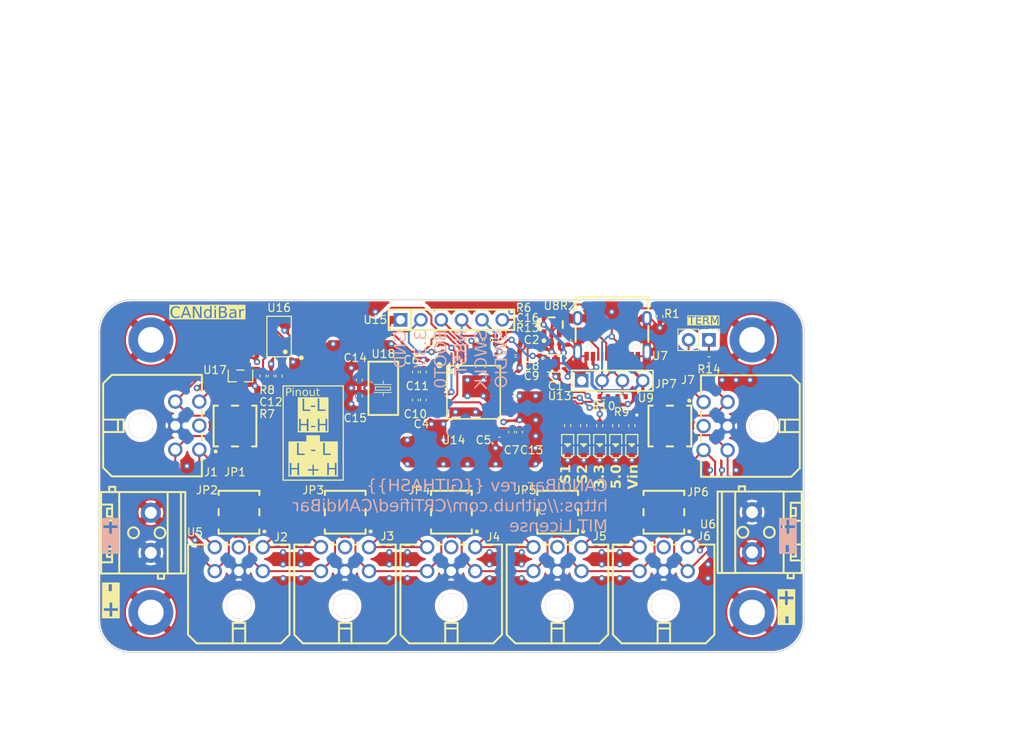
<source format=kicad_pcb>
(kicad_pcb (version 20241229) (generator "pcbnew") (generator_version "9.0")
  (layers (0 "F.Cu" signal) (4 "In1.Cu" signal) (6 "In2.Cu" signal) (2 "B.Cu" signal) (13 "F.Paste" user) (15 "B.Paste" user) (5 "F.SilkS" user "F.Silkscreen") (7 "B.SilkS" user "B.Silkscreen") (1 "F.Mask" user) (3 "B.Mask" user) (25 "Edge.Cuts" user))
  (net 0 "")
  (net 1 "canh")
  (net 2 "gnd")
  (net 3 "canh-1")
  (net 4 "canl")
  (net 5 "vcc")
  (net 6 "canl-1")
  (net 7 "canh-2")
  (net 8 "canl-2")
  (net 9 "canh-5")
  (net 10 "canl-5")
  (net 11 "canh-4")
  (net 12 "canl-4")
  (net 13 "canh-3")
  (net 14 "canl-3")
  (net 15 "dp")
  (net 16 "dm")
  (net 17 "usb_j1-vcc")
  (net 18 "cc1")
  (net 19 "cc2")
  (net 20 "sbu2")
  (net 21 "sbu1")
  (net 22 "pa4")
  (net 23 "pb6")
  (net 24 "pa15")
  (net 25 "pb15")
  (net 26 "pc13")
  (net 27 "pb4")
  (net 28 "pb8")
  (net 29 "pa1")
  (net 30 "pc15_slash_osc32_out")
  (net 31 "pa6")
  (net 32 "pa3")
  (net 33 "pb12")
  (net 34 "pa12")
  (net 35 "pb14")
  (net 36 "pb3")
  (net 37 "pb7")
  (net 38 "pf1_slash_osc_out")
  (net 39 "pb5")
  (net 40 "pb9")
  (net 41 "pa11")
  (net 42 "pb2")
  (net 43 "pb13")
  (net 44 "pb10")
  (net 45 "pa8")
  (net 46 "pa7")
  (net 47 "pb1")
  (net 48 "pb11")
  (net 49 "pa2")
  (net 50 "pb0")
  (net 51 "boot0")
  (net 52 "pa5")
  (net 53 "nrst")
  (net 54 "pa0")
  (net 55 "pf0_slash_osc_in")
  (net 56 "pc14_slash_osc32_in")
  (net 57 "pa9")
  (net 58 "pa10")
  (net 59 "candi_u2c.can_trx.ic-vcc")
  (net 60 "swdio")
  (net 61 "swclk")
  (net 62 "p1")
  (net 63 "canl-6")
  (net 64 "canh-6")
  (net 65 "pg")
  (net 66 "vcc-1")
  (net 67 "canh-7")
  (net 68 "candi_u2c.status_2.LED-a")
  (net 69 "candi_u2c.status_1.LED-a")
  (net 70 "pwr_3_3_status.LED-a")
  (net 71 "usb_status.LED-a")
  (net 72 "canl-7")
  (net 73 "ldo_3_3-nc")
  (net 74 "usb_j1.tvs-nc")
  (net 75 "status_main.LED-a")
  (footprint "lib:C0402" (layer "F.Cu") (at 145 72.5 -90)
    (property "Reference" "C7")
    (property "Value" "16V 100nF X7R ±10% 0402 Multilayer Ceramic Capacitors MLCC - SMD/SMT ROHS")
  )
  (footprint "lib:HDR-TH_6P-P2.54-V-M-A" (layer "F.Cu") (at 137.5 58.5)
    (property "Reference" "U15")
    (property "Value" "?")
  )
  (footprint "lib:CONN-TH_43045-0600" (layer "F.Cu") (at 163.9725 88.355)
    (property "Reference" "J6")
    (property "Value" "?")
  )
  (footprint "lib:R0402" (layer "F.Cu") (at 158 71.71 90)
    (property "Reference" "R3" (hide yes))
    (property "Value" "62.5mW Thick Film Resistors 50V ±100ppm/℃ ±1% 1kΩ 0402 Chip Resistor - Surface Mount ROHS")
  )
  (footprint "lib:LED0603-RD" (layer "F.Cu") (at 156 74.2 90)
    (property "Reference" "U12" (hide yes))
    (property "Value" "?")
  )
  (footprint "lib:HDR-SMD_4P-P2.54-V-M-R2-C2-LS7.5" (layer "F.Cu") (at 111 82.5 90)
    (property "Reference" "JP2")
    (property "Value" "?")
  )
  (footprint "lib:CONN-TH_43045-0600" (layer "F.Cu") (at 110.9725 88.355)
    (property "Reference" "J2")
    (property "Value" "?")
  )
  (footprint "lib:C0402" (layer "F.Cu") (at 145.5 63.5)
    (property "Reference" "C9")
    (property "Value" "16V 100nF X7R ±10% 0402 Multilayer Ceramic Capacitors MLCC - SMD/SMT ROHS")
  )
  (footprint "lib:MountingHole_3.2mm_M3_DIN965_Pad" (layer "F.Cu") (at 100 61)
    (property "Reference" "U4" (hide yes))
    (property "Value" "?")
  )
  (footprint "lib:R0402" (layer "F.Cu") (at 163.5 58.0875 -90)
    (property "Reference" "R1")
    (property "Value" "62.5mW Thick Film Resistors 50V ±100ppm/℃ ±1% 5.1kΩ 0402 Chip Resistor - Surface Mount ROHS")
  )
  (footprint "lib:R0402" (layer "F.Cu") (at 141 61.01 -90)
    (property "Reference" "R6")
    (property "Value" "62.5mW Thick Film Resistors 50V ±100ppm/℃ ±1% 10kΩ 0402 Chip Resistor - Surface Mount ROHS")
  )
  (footprint "lib:C0402" (layer "F.Cu") (at 143.5 73.5 180)
    (property "Reference" "C5")
    (property "Value" "10V 4.7uF X5R ±20% 0402 Multilayer Ceramic Capacitors MLCC - SMD/SMT ROHS")
  )
  (footprint "lib:HDR-SMD_4P-P2.54-V-M-R2-C2-LS7.5" (layer "F.Cu") (at 150.75 82.5 90)
    (property "Reference" "JP5")
    (property "Value" "?")
  )
  (footprint "lib:C0402" (layer "F.Cu") (at 133 65 -90)
    (property "Reference" "C6")
    (property "Value" "16V 100nF X7R ±10% 0402 Multilayer Ceramic Capacitors MLCC - SMD/SMT ROHS")
  )
  (footprint "lib:WSON-6_L2.0-W2.0-P0.65-TL-EP" (layer "F.Cu") (at 150.53 63.9375)
    (property "Reference" "U13")
    (property "Value" "?")
  )
  (footprint "lib:SOT-23-5_L2.9-W1.6-P0.95-LS2.8-BR" (layer "F.Cu") (at 150 59.0875 -90)
    (property "Reference" "U8")
    (property "Value" "?")
  )
  (footprint "lib:C0402" (layer "F.Cu") (at 136.5 62 90)
    (property "Reference" "C3")
    (property "Value" "10V 4.7uF X5R ±20% 0402 Multilayer Ceramic Capacitors MLCC - SMD/SMT ROHS")
  )
  (footprint "lib:C0402" (layer "F.Cu") (at 126 68 -90)
    (property "Reference" "C15")
    (property "Value" "50V 22pF C0G ±5% 0402 Multilayer Ceramic Capacitors MLCC - SMD/SMT ROHS")
  )
  (footprint "lib:SOIC-8_L4.9-W3.9-P1.27-LS6.0-BL" (layer "F.Cu") (at 116 60.59 90)
    (property "Reference" "U16")
    (property "Value" "?")
  )
  (footprint "lib:C0402" (layer "F.Cu") (at 146 72.5 -90)
    (property "Reference" "C13")
    (property "Value" "16V 100nF X7R ±10% 0402 Multilayer Ceramic Capacitors MLCC - SMD/SMT ROHS")
  )
  (footprint "lib:C0402" (layer "F.Cu") (at 134 68.5 90)
    (property "Reference" "C4")
    (property "Value" "10V 4.7uF X5R ±20% 0402 Multilayer Ceramic Capacitors MLCC - SMD/SMT ROHS")
  )
  (footprint "lib:R0402" (layer "F.Cu") (at 160 71.71 90)
    (property "Reference" "R4" (hide yes))
    (property "Value" "62.5mW Thick Film Resistors 50V ±100ppm/℃ ±1% 6.8kΩ 0402 Chip Resistor - Surface Mount ROHS")
  )
  (footprint "lib:C0402" (layer "F.Cu") (at 145.5 62.5)
    (property "Reference" "C8")
    (property "Value" "16V 100nF X7R ±10% 0402 Multilayer Ceramic Capacitors MLCC - SMD/SMT ROHS")
  )
  (footprint "lib:MountingHole_3.2mm_M3_DIN965_Pad" (layer "F.Cu") (at 175 95)
    (property "Reference" "U1" (hide yes))
    (property "Value" "?")
  )
  (footprint "lib:CRYSTAL-SMD_L5.0-W3.2" (layer "F.Cu") (at 129 67.05 -90)
    (property "Reference" "U18")
    (property "Value" "?")
  )
  (footprint "lib:C0402" (layer "F.Cu") (at 115 65.51 90)
    (property "Reference" "C12")
    (property "Value" "50V 4.7nF X7R ±10% 0402 Multilayer Ceramic Capacitors MLCC - SMD/SMT ROHS")
  )
  (footprint "lib:CONN-TH_43045-0600" (layer "F.Cu") (at 170.45 71.7525 90)
    (property "Reference" "J7")
    (property "Value" "?")
  )
  (footprint "lib:R0402" (layer "F.Cu") (at 114 65.51 -90)
    (property "Reference" "R8")
    (property "Value" "62.5mW Thick Film Resistors 50V ±100ppm/℃ ±1% 60.4Ω 0402 Chip Resistor - Surface Mount ROHS")
  )
  (footprint "lib:C0402" (layer "F.Cu") (at 133 68.5 90)
    (property "Reference" "C10")
    (property "Value" "16V 100nF X7R ±10% 0402 Multilayer Ceramic Capacitors MLCC - SMD/SMT ROHS")
  )
  (footprint "lib:C0402" (layer "F.Cu") (at 142 61.01 -90)
    (property "Reference" "C16")
    (property "Value" "16V 100nF X7R ±10% 0402 Multilayer Ceramic Capacitors MLCC - SMD/SMT ROHS")
  )
  (footprint "lib:R0402" (layer "F.Cu") (at 152 61.0875 -90)
    (property "Reference" "R2")
    (property "Value" "62.5mW Thick Film Resistors 50V ±100ppm/℃ ±1% 5.1kΩ 0402 Chip Resistor - Surface Mount ROHS")
  )
  (footprint "lib:LQFP-48_L7.0-W7.0-P0.50-LS9.0-BL" (layer "F.Cu") (at 140.25 67.545 -90)
    (property "Reference" "U14")
    (property "Value" "?")
  )
  (footprint "lib:R0402" (layer "F.Cu") (at 154 71.7 90)
    (property "Reference" "R12" (hide yes))
    (property "Value" "62.5mW Thick Film Resistors 50V ±100ppm/℃ ±1% 470Ω 0402 Chip Resistor - Surface Mount ROHS")
  )
  (footprint "lib:CONN-TH_43045-0600" (layer "F.Cu") (at 104.55 71.6975 -90)
    (property "Reference" "J1")
    (property "Value" "?")
  )
  (footprint "lib:HDR-SMD_4P-P2.54-V-M-R2-C2-LS7.5" (layer "F.Cu") (at 164.75 71.75 180)
    (property "Reference" "JP7")
    (property "Value" "?")
  )
  (footprint "lib:HDR-TH_4P-P2.54-V-M-1" (layer "F.Cu") (at 157.56 66.0875)
    (property "Reference" "U9")
    (property "Value" "?")
  )
  (footprint "lib:MountingHole_3.2mm_M3_DIN965_Pad" (layer "F.Cu") (at 100 95)
    (property "Reference" "U2" (hide yes))
    (property "Value" "?")
  )
  (footprint "lib:R0402" (layer "F.Cu") (at 158.725 68.0875)
    (property "Reference" "R9")
    (property "Value" "62.5mW Thick Film Resistors 50V ±1% ±100ppm/℃ 22Ω 0402 Chip Resistor - Surface Mount ROHS")
  )
  (footprint "lib:LED0603-RD" (layer "F.Cu") (at 160 74.2 90)
    (property "Reference" "U11" (hide yes))
    (property "Value" "?")
  )
  (footprint "lib:MountingHole_3.2mm_M3_DIN965_Pad" (layer "F.Cu") (at 175 61)
    (property "Reference" "U3" (hide yes))
    (property "Value" "?")
  )
  (footprint "lib:HDR-SMD_4P-P2.54-V-M-R2-C2-LS7.5" (layer "F.Cu") (at 164 82.5 90)
    (property "Reference" "JP6")
    (property "Value" "?")
  )
  (footprint "lib:CONN-TH_2P-P5.00_DB129V-5.0-2P-BK-S" (layer "F.Cu") (at 175 85 90)
    (property "Reference" "U6")
    (property "Value" "?")
  )
  (footprint "lib:CONN-TH_43045-0600" (layer "F.Cu") (at 150.7225 88.355)
    (property "Reference" "J5")
    (property "Value" "?")
  )
  (footprint "lib:USB-C-SMD_TYPE-C-6PIN-2MD-073" (layer "F.Cu") (at 157.56 60.67 180)
    (property "Reference" "U7")
    (property "Value" "?")
  )
  (footprint "lib:R0402" (layer "F.Cu") (at 143 61.01 -90)
    (property "Reference" "R13")
    (property "Value" "62.5mW Thick Film Resistors 50V ±100ppm/℃ ±1% 10kΩ 0402 Chip Resistor - Surface Mount ROHS")
  )
  (footprint "lib:SOT-23-3_L2.9-W1.3-P1.90-LS2.4-BR" (layer "F.Cu") (at 111.18 65.5 90)
    (property "Reference" "U17")
    (property "Value" "?")
  )
  (footprint "lib:HDR-SMD_4P-P2.54-V-M-R2-C2-LS7.5" (layer "F.Cu") (at 110.5 71.75)
    (property "Reference" "JP1")
    (property "Value" "?")
  )
  (footprint "lib:R0402" (layer "F.Cu") (at 152 71.7 90)
    (property "Reference" "R11" (hide yes))
    (property "Value" "62.5mW Thick Film Resistors 50V ±100ppm/℃ ±1% 470Ω 0402 Chip Resistor - Surface Mount ROHS")
  )
  (footprint "lib:R0402" (layer "F.Cu") (at 156.5 68.0875 180)
    (property "Reference" "R10")
    (property "Value" "62.5mW Thick Film Resistors 50V ±1% ±100ppm/℃ 22Ω 0402 Chip Resistor - Surface Mount ROHS")
  )
  (footprint "lib:C0402" (layer "F.Cu") (at 126 66 90)
    (property "Reference" "C14")
    (property "Value" "50V 22pF C0G ±5% 0402 Multilayer Ceramic Capacitors MLCC - SMD/SMT ROHS")
  )
  (footprint "lib:HDR-SMD_4P-P2.54-V-M-R2-C2-LS7.5" (layer "F.Cu") (at 124.25 82.5 90)
    (property "Reference" "JP3")
    (property "Value" "?")
  )
  (footprint "lib:HDR-SMD_4P-P2.54-V-M-R2-C2-LS7.5" (layer "F.Cu") (at 137.5 82.5 90)
    (property "Reference" "JP4")
    (property "Value" "?")
  )
  (footprint "lib:R0402" (layer "F.Cu") (at 169.62 63.5 180)
    (property "Reference" "R14")
    (property "Value" "62.5mW Thick Film Resistors 50V ±100ppm/℃ ±1% 120Ω 0402 Chip Resistor - Surface Mount ROHS")
  )
  (footprint "lib:C0402" (layer "F.Cu") (at 148.5 62.5 90)
    (property "Reference" "C2")
    (property "Value" "25V 1uF X5R ±10% 0402 Multilayer Ceramic Capacitors MLCC - SMD/SMT ROHS")
  )
  (footprint "lib:R0402" (layer "F.Cu") (at 156 71.71 90)
    (property "Reference" "R5" (hide yes))
    (property "Value" "62.5mW Thick Film Resistors 50V ±100ppm/℃ ±1% 470Ω 0402 Chip Resistor - Surface Mount ROHS")
  )
  (footprint "lib:LED0603-RD" (layer "F.Cu") (at 158 74.2 90)
    (property "Reference" "U10" (hide yes))
    (property "Value" "?")
  )
  (footprint "lib:CONN-TH_2P-P5.00_DB129V-5.0-2P-BK-S" (layer "F.Cu") (at 100 85.065 -90)
    (property "Reference" "U5")
    (property "Value" "?")
  )
  (footprint "lib:C0402" (layer "F.Cu") (at 134 65 -90)
    (property "Reference" "C11")
    (property "Value" "16V 100nF X7R ±10% 0402 Multilayer Ceramic Capacitors MLCC - SMD/SMT ROHS")
  )
  (footprint "lib:R0402" (layer "F.Cu") (at 116 65.52 -90)
    (property "Reference" "R7")
    (property "Value" "62.5mW Thick Film Resistors 50V ±100ppm/℃ ±1% 60.4Ω 0402 Chip Resistor - Surface Mount ROHS")
  )
  (footprint "lib:CONN-TH_43045-0600" (layer "F.Cu") (at 124.2225 88.355)
    (property "Reference" "J3")
    (property "Value" "?")
  )
  (footprint "lib:PinHeader_1x02_P2.54mm_Vertical" (layer "F.Cu") (at 169.62 61 -90)
    (property "Reference" "JP8" (hide yes))
    (property "Value" "?")
  )
  (footprint "lib:LED0603-RD" (layer "F.Cu") (at 152 74.2 90)
    (property "Reference" "U19" (hide yes))
    (property "Value" "?")
  )
  (footprint "lib:CONN-TH_43045-0600" (layer "F.Cu") (at 137.4725 88.355)
    (property "Reference" "J4")
    (property "Value" "?")
  )
  (footprint "lib:LED0603-RD" (layer "F.Cu") (at 154 74.2 90)
    (property "Reference" "U20" (hide yes))
    (property "Value" "?")
  )
  (footprint "lib:C0402" (layer "F.Cu") (at 150.5 61.5 180)
    (property "Reference" "C1")
    (property "Value" "25V 1uF X5R ±10% 0402 Multilayer Ceramic Capacitors MLCC - SMD/SMT ROHS")
  )
  (gr_rect (start 116.5 66.75) (end 124 78.5) (stroke (width 0.153)) (fill no) (layer "F.SilkS"))
  (gr_rect (start 119.5 73) (end 121 73.75) (stroke (width 0.2)) (fill yes) (layer "F.SilkS"))
  (gr_arc (start 97.5 100) (mid 94.671573 98.828427) (end 93.5 96) (stroke (width 0.1)) (layer "Edge.Cuts"))
  (gr_arc (start 181.5 96) (mid 180.328427 98.828427) (end 177.5 100) (stroke (width 0.1)) (layer "Edge.Cuts"))
  (gr_line (start 177.5 100) (end 97.5 100) (stroke (width 0.1)) (layer "Edge.Cuts"))
  (gr_line (start 93.5 96) (end 93.5 60) (stroke (width 0.1)) (layer "Edge.Cuts"))
  (gr_line (start 181.5 60) (end 181.5 96) (stroke (width 0.1)) (layer "Edge.Cuts"))
  (gr_line (start 97.5 56) (end 177.5 56) (stroke (width 0.1)) (layer "Edge.Cuts"))
  (gr_arc (start 93.5 60) (mid 94.671573 57.171573) (end 97.5 56) (stroke (width 0.1)) (layer "Edge.Cuts"))
  (gr_arc (start 177.5 56) (mid 180.328427 57.171573) (end 181.5 60) (stroke (width 0.1)) (layer "Edge.Cuts"))
  (gr_text "- +" (at 93.8 91.33573 270) (layer "F.SilkS" knockout) (effects (font (size 2 2) (thickness 0.3) (bold yes)) (justify left bottom)))
  (gr_text "S1\nS2\n3.3\n5.0\nVin" (at 156 76.5 90) (layer "F.SilkS") (effects (font (size 1.25 1.25) (thickness 0.252) (bold yes)) (justify right)))
  (gr_text "Pinout" (at 116.75 67 0) (layer "F.SilkS") (effects (font (size 1 1) (thickness 0.125)) (justify left top)))
  (gr_text "L-L\nH-H" (at 120.25 70.5 0) (layer "F.SilkS" knockout) (effects (font (size 1.5 1.5) (thickness 0.1875))))
  (gr_text "L - L\nH + H" (at 120.25 76 0) (layer "F.SilkS" knockout) (effects (font (size 1.5 1.5) (thickness 0.1875))))
  (gr_text "- +" (at 180.5 96.5 90) (layer "F.SilkS" knockout) (effects (font (size 2 2) (thickness 0.3) (bold yes)) (justify left bottom)))
  (gr_text "CANdiBar" (at 107 58.5 0) (layer "F.SilkS" knockout) (effects (font (size 1.4 1.4) (thickness 0.2)) (justify bottom)))
  (gr_text "TERM" (at 170.95 59.25 0) (layer "F.SilkS" knockout) (effects (font (size 1 1) (thickness 0.153)) (justify right bottom)))
  (gr_text "GND\n3.3V\nBOOT0\nNRST\nSWCLK\nSWDIO" (at 137.5 59.75 90) (layer "B.SilkS") (effects (font (size 1.5 1.5) (thickness 0.153)) (justify left mirror)))
  (gr_text "- +" (at 93.75 87.614635 270) (layer "B.SilkS" knockout) (effects (font (size 2 2) (thickness 0.3) (bold yes)) (justify left bottom mirror)))
  (gr_text "CANdiBar, rev {{GITHASH}}\nhttps://github.com/CRTified/CANdiBar\nMIT License\n" (at 157 85.17 0) (layer "B.SilkS") (effects (font (size 1.5 1.5) (thickness 0.153)) (justify left bottom mirror)))
  (gr_text "- +" (at 178.25 87.614635 270) (layer "B.SilkS" knockout) (effects (font (size 2 2) (thickness 0.3) (bold yes)) (justify left bottom mirror)))
  (segment (start 111.879 59.702773) (end 111.879 60.599) (width 0.25) (layer "F.Cu") (net 1))
  (segment (start 116 61.121773) (end 114.217227 59.339) (width 0.25) (layer "F.Cu") (net 1))
  (segment (start 114.217227 59.339) (end 112.242773 59.339) (width 0.25) (layer "F.Cu") (net 1))
  (segment (start 110.23 63.49) (end 110.23 64.5) (width 0.25) (layer "F.Cu") (net 1))
  (segment (start 107.72 70.46) (end 109.23 68.95) (width 0.25) (layer "F.Cu") (net 1))
  (segment (start 111.879 60.599) (end 112.5 61.22) (width 0.25) (layer "F.Cu") (net 1))
  (segment (start 104.8125 70.46) (end 107.72 70.46) (width 0.25) (layer "F.Cu") (net 1))
  (segment (start 112.242773 59.339) (end 111.879 59.702773) (width 0.25) (layer "F.Cu") (net 1))
  (segment (start 112.5 61.22) (end 113.23 61.22) (width 0.25) (layer "F.Cu") (net 1))
  (segment (start 104.8125 70.46) (end 103.05 68.6975) (width 0.25) (layer "F.Cu") (net 1))
  (segment (start 112.5 61.22) (end 110.23 63.49) (width 0.25) (layer "F.Cu") (net 1))
  (segment (start 116 65.01) (end 116 61.121773) (width 0.25) (layer "F.Cu") (net 1))
  (segment (start 107.2475 64.5) (end 103.05 68.6975) (width 0.25) (layer "F.Cu") (net 1))
  (segment (start 110.23 64.5) (end 107.2475 64.5) (width 0.25) (layer "F.Cu") (net 1))
  (segment (start 161.88 62.5) (end 162.25 62.5) (width 0.25) (layer "F.Cu") (net 2))
  (segment (start 142 61.49) (end 142.484 61.006) (width 0.25) (layer "F.Cu") (net 2))
  (segment (start 141.97 61.52) (end 141 61.52) (width 0.25) (layer "F.Cu") (net 2))
  (segment (start 161.33 63.05) (end 161.88 62.5) (width 0.25) (layer "F.Cu") (net 2))
  (segment (start 133 68.02) (end 134 68.02) (width 0.25) (layer "F.Cu") (net 2))
  (segment (start 136.98 61.52) (end 137 61.5) (width 0.25) (layer "F.Cu") (net 2))
  (segment (start 153.79 63.05) (end 153.24 62.5) (width 0.25) (layer "F.Cu") (net 2))
  (segment (start 140.5 70) (end 141.694468 70) (width 0.25) (layer "F.Cu") (net 2))
  (segment (start 150.53 63.9375) (end 151.56 63.9375) (width 0.25) (layer "F.Cu") (net 2))
  (segment (start 134 65.48) (end 133 65.48) (width 0.25) (layer "F.Cu") (net 2))
  (segment (start 151.8025 63.9375) (end 153.24 62.5) (width 0.25) (layer "F.Cu") (net 2))
  (segment (start 145.98 63.5) (end 145.98 62.5) (width 0.25) (layer "F.Cu") (net 2))
  (segment (start 162.29 58.29) (end 163.5 59.5) (width 0.25) (layer "F.Cu") (net 2))
  (segment (start 141 61.52) (end 140.385 61.52) (width 0.25) (layer "F.Cu") (net 2))
  (segment (start 151.56 63.9375) (end 151.865 63.9375) (width 0.25) (layer "F.Cu") (net 2))
  (segment (start 134 68.02) (end 134.275 68.295) (width 0.25) (layer "F.Cu") (net 2))
  (segment (start 144.5 65.295) (end 145.205 65.295) (width 0.25) (layer "F.Cu") (net 2))
  (segment (start 151.865 63.9375) (end 153.75 65.8225) (width 0.25) (layer "F.Cu") (net 2))
  (segment (start 151.1475 58.84) (end 150 59.9875) (width 0.25) (layer "F.Cu") (net 2))
  (segment (start 146.639 60.149532) (end 146.639 62) (width 0.25) (layer "F.Cu") (net 2))
  (segment (start 138 62.5) (end 138 63.295) (width 0.25) (layer "F.Cu") (net 2))
  (segment (start 146 72.98) (end 147.98 72.98) (width 0.25) (layer "F.Cu") (net 2))
  (segment (start 160.76 63.05) (end 161.33 63.05) (width 0.25) (layer "F.Cu") (net 2))
  (segment (start 145.205 65.295) (end 146 64.5) (width 0.25) (layer "F.Cu") (net 2))
  (segment (start 146.639 62) (end 146.139 62.5) (width 0.25) (layer "F.Cu") (net 2))
  (segment (start 150 61.52) (end 150.02 61.5) (width 0.25) (layer "F.Cu") (net 2))
  (segment (start 143.02 73.5) (end 142.5 72.98) (width 0.25) (layer "F.Cu") (net 2))
  (segment (start 138 70) (end 136.5 71.5) (width 0.25) (layer "F.Cu") (net 2))
  (segment (start 152.69 58.84) (end 151.1475 58.84) (width 0.25) (layer "F.Cu") (net 2))
  (segment (start 150.02 60.2075) (end 150 60.1875) (width 0.25) (layer "F.Cu") (net 2))
  (segment (start 112.75 66.5) (end 113 66.75) (width 0.25) (layer "F.Cu") (net 2))
  (segment (start 144.5 60) (end 146.489468 60) (width 0.25) (layer "F.Cu") (net 2))
  (segment (start 145.98 63.5) (end 145.98 64.48) (width 0.25) (layer "F.Cu") (net 2))
  (segment (start 147.98 72.98) (end 148 73) (width 0.25) (layer "F.Cu") (net 2))
  (segment (start 153.24 58.29) (end 152.69 58.84) (width 0.25) (layer "F.Cu") (net 2))
  (segment (start 161.88 58.29) (end 162.29 58.29) (width 0.25) (layer "F.Cu") (net 2))
  (segment (start 152.3375 61.5975) (end 153.24 62.5) (width 0.25) (layer "F.Cu") (net 2))
  (segment (start 145 72.98) (end 146 72.98) (width 0.25) (layer "F.Cu") (net 2))
  (segment (start 113.23 62.5) (end 113.23 63.73) (width 0.25) (layer "F.Cu") (net 2))
  (segment (start 142.484 61.006) (end 143.494 61.006) (width 0.25) (layer "F.Cu") (net 2))
  (segment (start 115 65.03) (end 115 64) (width 0.25) (layer "F.Cu") (net 2))
  (segment (start 137.5 62) (end 138 62.5) (width 0.25) (layer "F.Cu") (net 2))
  (segment (start 150.02 61.5) (end 150.02 60.2075) (width 0.25) (layer "F.Cu") (net 2))
  (segment (start 154.36 63.05) (end 153.79 63.05) (width 0.25) (layer "F.Cu") (net 2))
  (segment (start 111.18 66.5) (end 112.75 66.5) (width 0.25) (layer "F.Cu") (net 2))
  (segment (start 150.53 63.03) (end 150 62.5) (width 0.25) (layer "F.Cu") (net 2))
  (segment (start 137 61.5) (end 137.5 62) (width 0.25) (layer "F.Cu") (net 2))
  (segment (start 142.5 72.98) (end 142.5 71.795) (width 0.25) (layer "F.Cu") (net 2))
  (segment (start 151.56 63.9375) (end 151.8025 63.9375) (width 0.25) (layer "F.Cu") (net 2))
  (segment (start 145.98 64.48) (end 146 64.5) (width 0.25) (layer "F.Cu") (net 2))
  (segment (start 162.25 62.5) (end 163.5 61.25) (width 0.25) (layer "F.Cu") (net 2))
  (segment (start 113.23 63.73) (end 113.25 63.75) (width 0.25) (layer "F.Cu") (net 2))
  (segment (start 150.53 65.5575) (end 150.5 65.5875) (width 0.25) (layer "F.Cu") (net 2))
  (segment (start 118.77 61.22) (end 118.060306 61.22) (width 0.25) (layer "F.Cu") (net 2))
  (segment (start 150.53 63.9375) (end 150.53 63.03) (width 0.25) (layer "F.Cu") (net 2))
  (segment (start 150 62.5) (end 150 61.52) (width 0.25) (layer "F.Cu") (net 2))
  (segment (start 142 61.49) (end 141.97 61.52) (width 0.25) (layer "F.Cu") (net 2))
  (segment (start 163.5 61.25) (end 163.5 59.5) (width 0.25) (layer "F.Cu") (net 2))
  (segment (start 141.694468 70) (end 142.5 70.805532) (width 0.25) (layer "F.Cu") (net 2))
  (segment (start 118.060306 61.22) (end 116.670153 59.829847) (width 0.25) (layer "F.Cu") (net 2))
  (segment (start 146.139 62.5) (end 145.98 62.5) (width 0.25) (layer "F.Cu") (net 2))
  (segment (start 150 59.9875) (end 150 60.1875) (width 0.25) (layer "F.Cu") (net 2))
  (segment (start 152 61.5975) (end 152.3375 61.5975) (width 0.25) (layer "F.Cu") (net 2))
  (segment (start 146.489468 60) (end 146.639 60.149532) (width 0.25) (layer "F.Cu") (net 2))
  (segment (start 140.385 61.52) (end 140 61.135) (width 0.25) (layer "F.Cu") (net 2))
  (segment (start 150.53 63.476908) (end 150.53 63.9375) (width 0.25) (layer "F.Cu") (net 2))
  (segment (start 150.53 63.9375) (end 150.53 65.5575) (width 0.25) (layer "F.Cu") (net 2))
  (segment (start 153.75 65.8225) (end 153.75 66.0875) (width 0.25) (layer "F.Cu") (net 2))
  (segment (start 136.5 61.52) (end 136.98 61.52) (width 0.25) (layer "F.Cu") (net 2))
  (segment (start 134.275 68.295) (end 136 68.295) (width 0.25) (layer "F.Cu") (net 2))
  (segment (start 143.494 61.006) (end 144.5 60) (width 0.25) (layer "F.Cu") (net 2))
  (segment (start 142.5 70.805532) (end 142.5 71.795) (width 0.25) (layer "F.Cu") (net 2))
  (via (at 158 76) (size 0.8) (drill 0.4) (layers "F.Cu" "B.Cu") (net 2))
  (via (at 156 76) (size 0.8) (drill 0.4) (layers "F.Cu" "B.Cu") (net 2))
  (via (at 141.5 68) (size 0.8) (drill 0.4) (layers "F.Cu" "B.Cu") (net 2))
  (via (at 148 68) (size 0.8) (drill 0.4) (layers "F.Cu" "B.Cu") (net 2))
  (via (at 136.5 71.5) (size 0.8) (drill 0.4) (layers "F.Cu" "B.Cu") (net 2))
  (via (at 148 73) (size 0.8) (drill 0.4) (layers "F.Cu" "B.Cu") (net 2))
  (via (at 132 73.5) (size 0.8) (drill 0.4) (layers "F.Cu" "B.Cu") (net 2))
  (via (at 136.5 73.5) (size 0.8) (drill 0.4) (layers "F.Cu" "B.Cu") (net 2))
  (via (at 146.25 89) (size 0.8) (drill 0.4) (layers "F.Cu" "B.Cu") (net 2))
  (via (at 157.5 57.5) (size 0.8) (drill 0.4) (layers "F.Cu" "B.Cu") (net 2))
  (via (at 173 66) (size 0.8) (drill 0.4) (layers "F.Cu" "B.Cu") (net 2))
  (via (at 117.75 63.75) (size 0.8) (drill 0.4) (layers "F.Cu" "B.Cu") (net 2))
  (via (at 132 89) (size 0.8) (drill 0.4) (layers "F.Cu" "B.Cu") (net 2))
  (via (at 139.5 68) (size 0.8) (drill 0.4) (layers "F.Cu" "B.Cu") (net 2))
  (via (at 148 76.5) (size 0.8) (drill 0.4) (layers "F.Cu" "B.Cu") (net 2))
  (via (at 140 61.135) (size 0.8) (drill 0.4) (layers "F.Cu" "B.Cu") (net 2))
  (via (at 150 62.5) (size 0.8) (drill 0.4) (layers "F.Cu" "B.Cu") (net 2))
  (via (at 138 70) (size 0.8) (drill 0.4) (layers "F.Cu" "B.Cu") (net 2))
  (via (at 116.5 87.5) (size 0.8) (drill 0.4) (layers "F.Cu" "B.Cu") (net 2))
  (via (at 132 87.5) (size 0.8) (drill 0.4) (layers "F.Cu" "B.Cu") (net 2))
  (via (at 144 71.25) (size 0.8) (drill 0.4) (layers "F.Cu" "B.Cu") (net 2))
  (via (at 158.5 90.75) (size 0.8) (drill 0.4) (layers "F.Cu" "B.Cu") (net 2))
  (via (at 143 76.5) (size 0.8) (drill 0.4) (layers "F.Cu" "B.Cu") (net 2))
  (via (at 116.5 89) (size 0.8) (drill 0.4) (layers "F.Cu" "B.Cu") (net 2))
  (via (at 169.75 77.25) (size 0.8) (drill 0.4) (layers "F.Cu" "B.Cu") (net 2))
  (via (at 163.5 59.5) (size 0.8) (drill 0.4) (layers "F.Cu" "B.Cu") (net 2))
  (via (at 132 90.75) (size 0.8) (drill 0.4) (layers "F.Cu" "B.Cu") (net 2))
  (via (at 158.5 87.5) (size 0.8) (drill 0.4) (layers "F.Cu" "B.Cu") (net 2))
  (via (at 130 61.5) (size 0.8) (drill 0.4) (layers "F.Cu" "B.Cu") (net 2))
  (via (at 154 76) (size 0.8) (drill 0.4) (layers "F.Cu" "B.Cu") (net 2))
  (via (at 146.25 90.75) (size 0.8) (drill 0.4) (layers "F.Cu" "B.Cu") (net 2))
  (via (at 104.5 76.75) (size 0.8) (drill 0.4) (layers "F.Cu" "B.Cu") (net 2))
  (via (at 128 57.5) (size 0.8) (drill 0.4) (layers "F.Cu" "B.Cu") (net 2))
  (via (at 168.5 87.25) (size 0.8) (drill 0.4) (layers "F.Cu" "B.Cu") (net 2))
  (via (at 145 57.5) (size 0.8) (drill 0.4) (layers "F.Cu" "B.Cu") (net 2))
  (via (at 129.75 89) (size 0.8) (drill 0.4) (layers "F.Cu" "B.Cu") (net 2))
  (via (at 135 71.5) (size 0.8) (drill 0.4) (layers "F.Cu" "B.Cu") (net 2))
  (via (at 169.5 90.75) (size 0.8) (drill 0.4) (layers "F.Cu" "B.Cu") (net 2))
  (via (at 142.25 87.5) (size 0.8) (drill 0.4) (layers "F.Cu" "B.Cu") (net 2))
  (via (at 118.75 89) (size 0.8) (drill 0.4) (layers "F.Cu" "B.Cu") (net 2))
  (via (at 152 76) (size 0.8) (drill 0.4) (layers "F.Cu" "B.Cu") (net 2))
  (via (at 146.25 87.5) (size 0.8) (drill 0.4) (layers "F.Cu" "B.Cu") (net 2))
  (via (at 159.5 69) (size 0.8) (drill 0.4) (layers "F.Cu" "B.Cu") (net 2))
  (via (at 160 76) (size 0.8) (drill 0.4) (layers "F.Cu" "B.Cu") (net 2))
  (via (at 156.25 87.5) (size 0.8) (drill 0.4) (layers "F.Cu" "B.Cu") (net 2))
  (via (at 125 64.5) (size 0.8) (drill 0.4) (layers "F.Cu" "B.Cu") (net 2))
  (via (at 125 67) (size 0.8) (drill 0.4) (layers "F.Cu" "B.Cu") (net 2))
  (via (at 127 67) (size 0.8) (drill 0.4) (layers "F.Cu" "B.Cu") (net 2))
  (via (at 125 69) (size 0.8) (drill 0.4) (layers "F.Cu" "B.Cu") (net 2))
  (via (at 134 63.5) (size 0.8) (drill 0.4) (layers "F.Cu" "B.Cu") (net 2))
  (via (at 139.5 66) (size 0.8) (drill 0.4) (layers "F.Cu" "B.Cu") (net 2))
  (via (at 118.75 90.75) (size 0.8) (drill 0.4) (layers "F.Cu" "B.Cu") (net 2))
  (via (at 116.5 90.75) (size 0.8) (drill 0.4) (layers "F.Cu" "B.Cu") (net 2))
  (via (at 105.75 67) (size 0.8) (drill 0.4) (layers "F.Cu" "B.Cu") (net 2))
  (via (at 171.25 77.25) (size 0.8) (drill 0.4) (layers "F.Cu" "B.Cu") (net 2))
  (via (at 171.25 66) (size 0.8) (drill 0.4) (layers "F.Cu" "B.Cu") (net 2))
  (via (at 140.5 70) (size 0.8) (drill 0.4) (layers "F.Cu" "B.Cu") (net 2))
  (via (at 143 74.5) (size 0.8) (drill 0.4) (layers "F.Cu" "B.Cu") (net 2))
  (via (at 174.75 66) (size 0.8) (drill 0.4) (layers "F.Cu" "B.Cu") (net 2))
  (via (at 146 71) (size 0.8) (drill 0.4) (layers "F.Cu" "B.Cu") (net 2))
  (via (at 115 64) (size 0.8) (drill 0.4) (layers "F.Cu" "B.Cu") (net 2))
  (via (at 169.5 89) (size 0.8) (drill 0.4) (layers "F.Cu" "B.Cu") (net 2))
  (via (at 142.25 90.75) (size 0.8) (drill 0.4) (layers "F.Cu" "B.Cu") (net 2))
  (via (at 113 66.75) (size 0.8) (drill 0.4) (layers "F.Cu" "B.Cu") (net 2))
  (via (at 148 71) (size 0.8) (drill 0.4) (layers "F.Cu" "B.Cu") (net 2))
  (via (at 141.5 66) (size 0.8) (drill 0.4) (layers "F.Cu" "B.Cu") (net 2))
  (via (at 105.5 86) (size 0.8) (drill 0.4) (layers "F.Cu" "B.Cu") (net 2))
  (via (at 132 76.5) (size 0.8) (drill 0.4) (layers "F.Cu" "B.Cu") (net 2))
  (via (at 173 77.25) (size 0.8) (drill 0.4) (layers "F.Cu" "B.Cu") (net 2))
  (via (at 156.25 89) (size 0.8) (drill 0.4) (layers "F.Cu" "B.Cu") (net 2))
  (via (at 118.75 87.5) (size 0.8) (drill 0.4) (layers "F.Cu" "B.Cu") (net 2))
  (via (at 150.5 65.5875) (size 0.8) (drill 0.4) (layers "F.Cu" "B.Cu") (net 2))
  (via (at 113.25 63.75) (size 0.8) (drill 0.4) (layers "F.Cu" "B.Cu") (net 2))
  (via (at 129.75 87.5) (size 0.8) (drill 0.4) (layers "F.Cu" "B.Cu") (net 2))
  (via (at 146 68) (size 0.8) (drill 0.4) (layers "F.Cu" "B.Cu") (net 2))
  (via (at 142.25 89) (size 0.8) (drill 0.4) (layers "F.Cu" "B.Cu") (net 2))
  (via (at 158.5 89) (size 0.8) (drill 0.4) (layers "F.Cu" "B.Cu") (net 2))
  (via (at 146 64.5) (size 0.8) (drill 0.4) (layers "F.Cu" "B.Cu") (net 2))
  (via (at 129.75 90.75) (size 0.8) (drill 0.4) (layers "F.Cu" "B.Cu") (net 2))
  (via (at 156.25 90.75) (size 0.8) (drill 0.4) (layers "F.Cu" "B.Cu") (net 2))
  (via (at 136.5 76.5) (size 0.8) (drill 0.4) (layers "F.Cu" "B.Cu") (net 2))
  (via (at 116.670153 59.829847) (size 0.8) (drill 0.4) (layers "F.Cu" "B.Cu") (net 2))
  (via (at 139.5 76.5) (size 0.8) (drill 0.4) (layers "F.Cu" "B.Cu") (net 2))
  (via (at 122.75 61.5) (size 0.8) (drill 0.4) (layers "F.Cu" "B.Cu") (net 2))
  (via (at 137.5 62) (size 0.8) (drill 0.4) (layers "F.Cu" "B.Cu") (net 2))
  (via (at 148 74.5) (size 0.8) (drill 0.4) (layers "F.Cu" "B.Cu") (net 2))
  (segment (start 150.5 65.5875) (end 150.5 65.0875) (width 0.25) (layer "B.Cu") (net 2))
  (segment (start 109.735 88.0925) (end 109.735 85.305) (width 0.25) (layer "F.Cu") (net 3))
  (segment (start 109.735 88.0925) (end 107.9725 89.855) (width 0.25) (layer "F.Cu") (net 3))
  (segment (start 103.05 84.9325) (end 107.9725 89.855) (width 0.25) (layer "F.Cu") (net 3))
  (segment (start 103.05 74.6975) (end 103.05 84.9325) (width 0.25) (layer "F.Cu") (net 3))
  (segment (start 107.68 73) (end 109.23 74.55) (width 0.25) (layer "F.Cu") (net 3))
  (segment (start 109.735 85.305) (end 108.2 83.77) (width 0.25) (layer "F.Cu") (net 3))
  (segment (start 104.7475 73) (end 107.68 73) (width 0.25) (layer "F.Cu") (net 3))
  (segment (start 104.7475 73) (end 103.05 74.6975) (width 0.25) (layer "F.Cu") (net 3))
  (segment (start 113.23 59.96) (end 113.96 59.96) (width 0.25) (layer "F.Cu") (net 4))
  (segment (start 114 63.5) (end 114 65) (width 0.25) (layer "F.Cu") (net 4))
  (segment (start 111.77 68.798) (end 111.77 68.95) (width 0.25) (layer "F.Cu") (net 4))
  (segment (start 109.2475 65.5) (end 111.13 65.5) (width 0.25) (layer "F.Cu") (net 4))
  (segment (start 107.6185 67.129) (end 110.101 67.129) (width 0.25) (layer "F.Cu") (net 4))
  (segment (start 106.05 68.6975) (end 109.2475 65.5) (width 0.25) (layer "F.Cu") (net 4))
  (segment (start 110.101 67.129) (end 111.77 68.798) (width 0.25) (layer "F.Cu") (net 4))
  (segment (start 114.581 60.581) (end 114.581 62.919) (width 0.25) (layer "F.Cu") (net 4))
  (segment (start 114.581 62.919) (end 114 63.5) (width 0.25) (layer "F.Cu") (net 4))
  (segment (start 106.05 68.6975) (end 107.6185 67.129) (width 0.25) (layer "F.Cu") (net 4))
  (segment (start 113.5 64.5) (end 114 65) (width 0.25) (layer "F.Cu") (net 4))
  (segment (start 113.96 59.96) (end 114.581 60.581) (width 0.25) (layer "F.Cu") (net 4))
  (segment (start 112.13 64.5) (end 113.5 64.5) (width 0.25) (layer "F.Cu") (net 4))
  (segment (start 111.13 65.5) (end 112.13 64.5) (width 0.25) (layer "F.Cu") (net 4))
  (segment (start 160 71.004092) (end 160.627046 70.377046) (width 0.25) (layer "F.Cu") (net 5))
  (segment (start 160 71.2) (end 160 71.004092) (width 0.25) (layer "F.Cu") (net 5))
  (via (at 160.627046 70.377046) (size 0.8) (drill 0.4) (layers "F.Cu" "B.Cu") (net 5))
  (segment (start 108.07 81.23) (end 106.05 83.25) (width 0.25) (layer "F.Cu") (net 6))
  (segment (start 111.77 74.702) (end 111.77 74.55) (width 0.25) (layer "F.Cu") (net 6))
  (segment (start 108.2 81.23) (end 108.07 81.23) (width 0.25) (layer "F.Cu") (net 6))
  (segment (start 107.7235 76.371) (end 110.101 76.371) (width 0.25) (layer "F.Cu") (net 6))
  (segment (start 110.101 76.371) (end 111.77 74.702) (width 0.25) (layer "F.Cu") (net 6))
  (segment (start 107.9725 86.855) (end 106.05 84.9325) (width 0.25) (layer "F.Cu") (net 6))
  (segment (start 106.05 83.25) (end 106.05 74.6975) (width 0.25) (layer "F.Cu") (net 6))
  (segment (start 106.05 84.9325) (end 106.05 83.25) (width 0.25) (layer "F.Cu") (net 6))
  (segment (start 106.05 74.6975) (end 107.7235 76.371) (width 0.25) (layer "F.Cu") (net 6))
  (segment (start 113.9725 89.855) (end 121.2225 89.855) (width 0.25) (layer "F.Cu") (net 7))
  (segment (start 112.275 85.295) (end 113.8 83.77) (width 0.25) (layer "F.Cu") (net 7))
  (segment (start 112.275 88.1575) (end 112.275 85.295) (width 0.25) (layer "F.Cu") (net 7))
  (segment (start 112.275 88.1575) (end 113.9725 89.855) (width 0.25) (layer "F.Cu") (net 7))
  (segment (start 122.985 88.0925) (end 121.2225 89.855) (width 0.25) (layer "F.Cu") (net 7))
  (segment (start 122.985 88.0925) (end 122.985 85.305) (width 0.25) (layer "F.Cu") (net 7))
  (segment (start 122.985 85.305) (end 121.45 83.77) (width 0.25) (layer "F.Cu") (net 7))
  (segment (start 119.615 82.115) (end 119.615 85.2475) (width 0.25) (layer "F.Cu") (net 8))
  (segment (start 113.9725 86.855) (end 121.2225 86.855) (width 0.25) (layer "F.Cu") (net 8))
  (segment (start 113.9725 86.855) (end 115.621 85.2065) (width 0.25) (layer "F.Cu") (net 8))
  (segment (start 115.621 82.899) (end 113.952 81.23) (width 0.25) (layer "F.Cu") (net 8))
  (segment (start 119.615 85.2475) (end 121.2225 86.855) (width 0.25) (layer "F.Cu") (net 8))
  (segment (start 115.621 85.2065) (end 115.621 82.899) (width 0.25) (layer "F.Cu") (net 8))
  (segment (start 120.5 81.23) (end 119.615 82.115) (width 0.25) (layer "F.Cu") (net 8))
  (segment (start 121.45 81.23) (end 120.5 81.23) (width 0.25) (layer "F.Cu") (net 8))
  (segment (start 113.952 81.23) (end 113.8 81.23) (width 0.25) (layer "F.Cu") (net 8))
  (segment (start 153.7225 89.855) (end 160.9725 89.855) (width 0.25) (layer "F.Cu") (net 9))
  (segment (start 162.8365 87.991) (end 160.9725 89.855) (width 0.25) (layer "F.Cu") (net 9))
  (segment (start 162.8365 85.4065) (end 162.8365 87.991) (width 0.25) (layer "F.Cu") (net 9))
  (segment (start 153.55 83.77) (end 152.025 85.295) (width 0.25) (layer "F.Cu") (net 9))
  (segment (start 152.025 85.295) (end 152.025 88.1575) (width 0.25) (layer "F.Cu") (net 9))
  (segment (start 161.2 83.77) (end 162.8365 85.4065) (width 0.25) (layer "F.Cu") (net 9))
  (segment (start 152.025 88.1575) (end 153.7225 89.855) (width 0.25) (layer "F.Cu") (net 9))
  (segment (start 159.379 82.101) (end 159.379 85.2615) (width 0.25) (layer "F.Cu") (net 10))
  (segment (start 161.2 81.23) (end 160.25 81.23) (width 0.25) (layer "F.Cu") (net 10))
  (segment (start 153.7225 86.855) (end 160.9725 86.855) (width 0.25) (layer "F.Cu") (net 10))
  (segment (start 153.55 81.23) (end 154.5 81.23) (width 0.25) (layer "F.Cu") (net 10))
  (segment (start 155.371 82.101) (end 155.371 85.2065) (width 0.25) (layer "F.Cu") (net 10))
  (segment (start 160.25 81.23) (end 159.379 82.101) (width 0.25) (layer "F.Cu") (net 10))
  (segment (start 154.5 81.23) (end 155.371 82.101) (width 0.25) (layer "F.Cu") (net 10))
  (segment (start 155.371 85.2065) (end 153.7225 86.855) (width 0.25) (layer "F.Cu") (net 10))
  (segment (start 159.379 85.2615) (end 160.9725 86.855) (width 0.25) (layer "F.Cu") (net 10))
  (segment (start 138.775 85.295) (end 138.775 88.1575) (width 0.25) (layer "F.Cu") (net 11))
  (segment (start 149.485 88.0925) (end 147.7225 89.855) (width 0.25) (layer "F.Cu") (net 11))
  (segment (start 140.4725 89.855) (end 147.7225 89.855) (width 0.25) (layer "F.Cu") (net 11))
  (segment (start 147.95 83.77) (end 149.485 85.305) (width 0.25) (layer "F.Cu") (net 11))
  (segment (start 138.775 88.1575) (end 140.4725 89.855) (width 0.25) (layer "F.Cu") (net 11))
  (segment (start 149.485 85.305) (end 149.485 88.0925) (width 0.25) (layer "F.Cu") (net 11))
  (segment (start 140.3 83.77) (end 138.775 85.295) (width 0.25) (layer "F.Cu") (net 11))
  (segment (start 140.3 81.23) (end 141.25 81.23) (width 0.25) (layer "F.Cu") (net 12))
  (segment (start 147 81.23) (end 146.115 82.115) (width 0.25) (layer "F.Cu") (net 12))
  (segment (start 142.121 82.101) (end 142.121 85.2065) (width 0.25) (layer "F.Cu") (net 12))
  (segment (start 142.121 85.2065) (end 140.4725 86.855) (width 0.25) (layer "F.Cu") (net 12))
  (segment (start 147.95 81.23) (end 147 81.23) (width 0.25) (layer "F.Cu") (net 12))
  (segment (start 141.25 81.23) (end 142.121 82.101) (width 0.25) (layer "F.Cu") (net 12))
  (segment (start 140.4725 86.855) (end 147.7225 86.855) (width 0.25) (layer "F.Cu") (net 12))
  (segment (start 146.115 82.115) (end 146.115 85.2475) (width 0.25) (layer "F.Cu") (net 12))
  (segment (start 146.115 85.2475) (end 147.7225 86.855) (width 0.25) (layer "F.Cu") (net 12))
  (segment (start 136.235 88.0925) (end 136.235 85.305) (width 0.25) (layer "F.Cu") (net 13))
  (segment (start 125.525 85.295) (end 127.05 83.77) (width 0.25) (layer "F.Cu") (net 13))
  (segment (start 136.235 85.305) (end 134.7 83.77) (width 0.25) (layer "F.Cu") (net 13))
  (segment (start 136.235 88.0925) (end 134.4725 89.855) (width 0.25) (layer "F.Cu") (net 13))
  (segment (start 125.525 88.1575) (end 127.2225 89.855) (width 0.25) (layer "F.Cu") (net 13))
  (segment (start 127.2225 89.855) (end 134.4725 89.855) (width 0.25) (layer "F.Cu") (net 13))
  (segment (start 125.525 88.1575) (end 125.525 85.295) (width 0.25) (layer "F.Cu") (net 13))
  (segment (start 132.75 85.1325) (end 134.4725 86.855) (width 0.25) (layer "F.Cu") (net 14))
  (segment (start 127.05 81.23) (end 128 81.23) (width 0.25) (layer "F.Cu") (net 14))
  (segment (start 132.75 82.23) (end 132.75 85.1325) (width 0.25) (layer "F.Cu") (net 14))
  (segment (start 134.7 81.23) (end 133.75 81.23) (width 0.25) (layer "F.Cu") (net 14))
  (segment (start 128 81.23) (end 128.871 82.101) (width 0.25) (layer "F.Cu") (net 14))
  (segment (start 128.871 85.2065) (end 127.2225 86.855) (width 0.25) (layer "F.Cu") (net 14))
  (segment (start 133.75 81.23) (end 132.75 82.23) (width 0.25) (layer "F.Cu") (net 14))
  (segment (start 127.2225 86.855) (end 134.4725 86.855) (width 0.25) (layer "F.Cu") (net 14))
  (segment (start 128.871 82.101) (end 128.871 85.2065) (width 0.25) (layer "F.Cu") (net 14))
  (segment (start 150.95 60.1875) (end 150.95 59.9875) (width 0.25) (layer "F.Cu") (net 15))
  (segment (start 156.834 62.174) (end 156.81 62.198) (width 0.25) (layer "F.Cu") (net 15))
  (segment (start 156.81 61.3975) (end 156.81 63.05) (width 0.25) (layer "F.Cu") (net 15))
  (segment (start 158.83 66.0875) (end 157.81 65.0675) (width 0.25) (layer "F.Cu") (net 15))
  (segment (start 151.55 59.5875) (end 155.5 59.5875) (width 0.25) (layer "F.Cu") (net 15))
  (segment (start 159.235 68.0875) (end 158.83 67.6825) (width 0.25) (layer "F.Cu") (net 15))
  (segment (start 155.5 59.5875) (end 156 60.0875) (width 0.25) (layer "F.Cu") (net 15))
  (segment (start 156 60.0875) (end 156 60.5875) (width 0.25) (layer "F.Cu") (net 15))
  (segment (start 157.81 65.0675) (end 157.81 63.05) (width 0.25) (layer "F.Cu") (net 15))
  (segment (start 156.81 62.198) (end 156.81 63.05) (width 0.25) (layer "F.Cu") (net 15))
  (segment (start 150.95 60.1875) (end 151.55 59.5875) (width 0.25) (layer "F.Cu") (net 15))
  (segment (start 156 60.5875) (end 156.81 61.3975) (width 0.25) (layer "F.Cu") (net 15))
  (segment (start 158.83 66.0875) (end 158.83 67.6825) (width 0.25) (layer "F.Cu") (net 15))
  (segment (start 157.81 63.05) (end 157.81 62.198) (width 0.25) (layer "F.Cu") (net 15))
  (segment (start 157.81 62.198) (end 157.786 62.174) (width 0.25) (layer "F.Cu") (net 15))
  (segment (start 157.786 62.174) (end 156.834 62.174) (width 0.25) (layer "F.Cu") (net 15))
  (segment (start 158.31 61.3975) (end 157.5 60.5875) (width 0.25) (layer "F.Cu") (net 16))
  (segment (start 155.99 68.0875) (end 155.99 67.9825) (width 0.25) (layer "F.Cu") (net 16))
  (segment (start 154.5 56.5875) (end 157.5 59.5875) (width 0.25) (layer "F.Cu") (net 16))
  (segment (start 152.35 56.5875) (end 154.5 56.5875) (width 0.25) (layer "F.Cu") (net 16))
  (segment (start 150.95 57.9875) (end 152.35 56.5875) (width 0.25) (layer "F.Cu") (net 16))
  (segment (start 156.29 66.0875) (end 156.29 67.6825) (width 0.25) (layer "F.Cu") (net 16))
  (segment (start 156.29 66.0875) (end 157.31 65.0675) (width 0.25) (layer "F.Cu") (net 16))
  (segment (start 158.31 63.05) (end 158.31 61.3975) (width 0.25) (layer "F.Cu") (net 16))
  (segment (start 157.31 65.0675) (end 157.31 63.05) (width 0.25) (layer "F.Cu") (net 16))
  (segment (start 155.99 67.9825) (end 156.29 67.6825) (width 0.25) (layer "F.Cu") (net 16))
  (segment (start 157.5 59.5875) (end 157.5 60.5875) (width 0.25) (layer "F.Cu") (net 16))
  (via (at 157.5 60.5875) (size 0.8) (drill 0.4) (layers "F.Cu" "B.Cu") (net 16))
  (segment (start 157.5 60.5875) (end 157 60.5875) (width 0.25) (layer "B.Cu") (net 16))
  (segment (start 157 60.5875) (end 156.29 61.2975) (width 0.25) (layer "B.Cu") (net 16))
  (segment (start 156.29 61.2975) (end 156.29 66.0875) (width 0.25) (layer "B.Cu") (net 16))
  (segment (start 158 71.2) (end 158 70.5) (width 0.4) (layer "F.Cu") (net 17))
  (segment (start 159.96 63.05) (end 159.96 64.6775) (width 0.4) (layer "F.Cu") (net 17))
  (segment (start 158 70.5) (end 158.5 70) (width 0.4) (layer "F.Cu") (net 17))
  (segment (start 150.98 61.5) (end 150.98 62.0675) (width 0.4) (layer "F.Cu") (net 17))
  (segment (start 161.37 68.63) (end 161.37 66.0875) (width 0.4) (layer "F.Cu") (net 17))
  (segment (start 152 65.5875) (end 152 65.0275) (width 0.4) (layer "F.Cu") (net 17))
  (segment (start 158.5 70) (end 160 70) (width 0.4) (layer "F.Cu") (net 17))
  (segment (start 155.16 64.000232) (end 155.565 64.405232) (width 0.4) (layer "F.Cu") (net 17))
  (segment (start 155.16 63.05) (end 155.16 64.000232) (width 0.4) (layer "F.Cu") (net 17))
  (segment (start 159.96 64.6775) (end 161.37 66.0875) (width 0.4) (layer "F.Cu") (net 17))
  (segment (start 160 70) (end 161 69) (width 0.4) (layer "F.Cu") (net 17))
  (segment (start 152 65.0275) (end 151.56 64.5875) (width 0.4) (layer "F.Cu") (net 17))
  (segment (start 161 69) (end 161.37 68.63) (width 0.4) (layer "F.Cu") (net 17))
  (segment (start 150.98 62.0675) (end 151.5 62.5875) (width 0.4) (layer "F.Cu") (net 17))
  (segment (start 151.5 63.2275) (end 151.56 63.2875) (width 0.4) (layer "F.Cu") (net 17))
  (segment (start 149 59.0875) (end 149 58.0375) (width 0.4) (layer "F.Cu") (net 17))
  (segment (start 149 58.0375) (end 149.05 57.9875) (width 0.4) (layer "F.Cu") (net 17))
  (segment (start 151.5 62.5875) (end 151.5 63.2275) (width 0.4) (layer "F.Cu") (net 17))
  (via (at 149 59.0875) (size 0.8) (drill 0.4) (layers "F.Cu" "B.Cu") (net 17))
  (via (at 151.5 62.5875) (size 0.8) (drill 0.4) (layers "F.Cu" "B.Cu") (net 17))
  (via (at 152 65.5875) (size 0.8) (drill 0.4) (layers "F.Cu" "B.Cu") (net 17))
  (via (at 155.565 64.405232) (size 0.8) (drill 0.4) (layers "F.Cu" "B.Cu") (net 17))
  (segment (start 155.565 64.405232) (end 155.039 64.931232) (width 0.4) (layer "B.Cu") (net 17))
  (segment (start 152.499 64.8365) (end 151.5 63.8375) (width 0.4) (layer "B.Cu") (net 17))
  (segment (start 151.5 63.8375) (end 151.5 62.5875) (width 0.4) (layer "B.Cu") (net 17))
  (segment (start 155.771818 67.3385) (end 160.119 67.3385) (width 0.4) (layer "B.Cu") (net 17))
  (segment (start 155.039 64.931232) (end 155.039 66.605682) (width 0.4) (layer "B.Cu") (net 17))
  (segment (start 152 65.3355) (end 152 65.5875) (width 0.4) (layer "B.Cu") (net 17))
  (segment (start 155.039 66.605682) (end 155.771818 67.3385) (width 0.4) (layer "B.Cu") (net 17))
  (segment (start 151.5 62.5875) (end 151.5 61.5875) (width 0.4) (layer "B.Cu") (net 17))
  (segment (start 155.039 64.931232) (end 154.944268 64.8365) (width 0.4) (layer "B.Cu") (net 17))
  (segment (start 152.499 64.8365) (end 152 65.3355) (width 0.4) (layer "B.Cu") (net 17))
  (segment (start 154.944268 64.8365) (end 152.499 64.8365) (width 0.4) (layer "B.Cu") (net 17))
  (segment (start 160.119 67.3385) (end 161.37 66.0875) (width 0.4) (layer "B.Cu") (net 17))
  (segment (start 151.5 61.5875) (end 149 59.0875) (width 0.4) (layer "B.Cu") (net 17))
  (segment (start 158.81 59.2775) (end 161.0235 57.064) (width 0.25) (layer "F.Cu") (net 18))
  (segment (start 158.81 63.05) (end 158.81 59.2775) (width 0.25) (layer "F.Cu") (net 18))
  (segment (start 162.9865 57.064) (end 163.5 57.5775) (width 0.25) (layer "F.Cu") (net 18))
  (segment (start 161.0235 57.064) (end 162.9865 57.064) (width 0.25) (layer "F.Cu") (net 18))
  (segment (start 152.01 60.5775) (end 152.5 60.0875) (width 0.25) (layer "F.Cu") (net 19))
  (segment (start 152 60.5775) (end 152.01 60.5775) (width 0.25) (layer "F.Cu") (net 19))
  (segment (start 155.81 62.083281) (end 155.81 63.05) (width 0.25) (layer "F.Cu") (net 19))
  (segment (start 152.5 60.0875) (end 153.814219 60.0875) (width 0.25) (layer "F.Cu") (net 19))
  (segment (start 153.814219 60.0875) (end 155.81 62.083281) (width 0.25) (layer "F.Cu") (net 19))
  (segment (start 118.77 58.69) (end 128.31 58.69) (width 0.25) (layer "F.Cu") (net 28))
  (segment (start 134 57) (end 135 58) (width 0.25) (layer "F.Cu") (net 28))
  (segment (start 136 60) (end 137.09219 60) (width 0.25) (layer "F.Cu") (net 28))
  (segment (start 137.09219 60) (end 139 61.90781) (width 0.25) (layer "F.Cu") (net 28))
  (segment (start 128.31 58.69) (end 130 57) (width 0.25) (layer "F.Cu") (net 28))
  (segment (start 130 57) (end 134 57) (width 0.25) (layer "F.Cu") (net 28))
  (segment (start 135 59) (end 136 60) (width 0.25) (layer "F.Cu") (net 28))
  (segment (start 139 61.90781) (end 139 63.295) (width 0.25) (layer "F.Cu") (net 28))
  (segment (start 135 58) (end 135 59) (width 0.25) (layer "F.Cu") (net 28))
  (segment (start 130.451 73.18681) (end 130.451 76.31319) (width 0.25) (layer "F.Cu") (net 29))
  (segment (start 131.18681 72.451) (end 130.451 73.18681) (width 0.25) (layer "F.Cu") (net 29))
  (segment (start 149.931095 71.058374) (end 150.850469 70.139) (width 0.25) (layer "F.Cu") (net 29))
  (segment (start 153.639 70.139) (end 154 70.5) (width 0.25) (layer "F.Cu") (net 29))
  (segment (start 149.931095 75.931095) (end 149.931095 71.058374) (width 0.25) (layer "F.Cu") (net 29))
  (segment (start 131.68681 77.549) (end 148.31319 77.549) (width 0.25) (layer "F.Cu") (net 29))
  (segment (start 132.18681 72.451) (end 131.18681 72.451) (width 0.25) (layer "F.Cu") (net 29))
  (segment (start 136 69.795) (end 134.84281 69.795) (width 0.25) (layer "F.Cu") (net 29))
  (segment (start 134.84281 69.795) (end 132.18681 72.451) (width 0.25) (layer "F.Cu") (net 29))
  (segment (start 130.451 76.31319) (end 131.68681 77.549) (width 0.25) (layer "F.Cu") (net 29))
  (segment (start 148.31319 77.549) (end 149.931095 75.931095) (width 0.25) (layer "F.Cu") (net 29))
  (segment (start 150.850469 70.139) (end 153.639 70.139) (width 0.25) (layer "F.Cu") (net 29))
  (segment (start 154 70.5) (end 154 71.19) (width 0.25) (layer "F.Cu") (net 29))
  (segment (start 156.844 69.4585) (end 154.737347 69.4585) (width 0.25) (layer "F.Cu") (net 34))
  (segment (start 149.54297 66.295) (end 144.5 66.295) (width 0.25) (layer "F.Cu") (net 34))
  (segment (start 153.5 68.225) (end 151.47297 68.225) (width 0.25) (layer "F.Cu") (net 34))
  (segment (start 151.47297 68.225) (end 149.54297 66.295) (width 0.25) (layer "F.Cu") (net 34))
  (segment (start 158.215 68.0875) (end 156.844 69.4585) (width 0.25) (layer "F.Cu") (net 34))
  (via (at 153.5 68.225) (size 0.8) (drill 0.4) (layers "F.Cu" "B.Cu") (net 34))
  (via (at 154.737347 69.4585) (size 0.8) (drill 0.4) (layers "F.Cu" "B.Cu") (net 34))
  (segment (start 154.737347 69.4585) (end 154.7335 69.4585) (width 0.25) (layer "B.Cu") (net 34))
  (segment (start 154.7335 69.4585) (end 153.5 68.225) (width 0.25) (layer "B.Cu") (net 34))
  (segment (start 126 68.5) (end 126.6 69.1) (width 0.25) (layer "F.Cu") (net 38))
  (segment (start 126.6 69.1) (end 129 69.1) (width 0.25) (layer "F.Cu") (net 38))
  (segment (start 129 69.1) (end 130.805 67.295) (width 0.25) (layer "F.Cu") (net 38))
  (segment (start 130.805 67.295) (end 136 67.295) (width 0.25) (layer "F.Cu") (net 38))
  (segment (start 126 68.48) (end 126 68.5) (width 0.25) (layer "F.Cu") (net 38))
  (segment (start 138.5 62.04562) (end 138.5 63.295) (width 0.25) (layer "F.Cu") (net 40))
  (segment (start 119.911 62.5) (end 122 60.411) (width 0.25) (layer "F.Cu") (net 40))
  (segment (start 134 62.5) (end 135 61.5) (width 0.25) (layer "F.Cu") (net 40))
  (segment (start 130.411 60.411) (end 132.5 62.5) (width 0.25) (layer "F.Cu") (net 40))
  (segment (start 136.90538 60.451) (end 138.5 62.04562) (width 0.25) (layer "F.Cu") (net 40))
  (segment (start 122 60.411) (end 130.411 60.411) (width 0.25) (layer "F.Cu") (net 40))
  (segment (start 135 61) (end 135.549 60.451) (width 0.25) (layer "F.Cu") (net 40))
  (segment (start 118.77 62.5) (end 119.911 62.5) (width 0.25) (layer "F.Cu") (net 40))
  (segment (start 135.549 60.451) (end 136.90538 60.451) (width 0.25) (layer "F.Cu") (net 40))
  (segment (start 135 61.5) (end 135 61) (width 0.25) (layer "F.Cu") (net 40))
  (segment (start 132.5 62.5) (end 134 62.5) (width 0.25) (layer "F.Cu") (net 40))
  (segment (start 153.19928 68.951) (end 152.92428 68.676) (width 0.25) (layer "F.Cu") (net 41))
  (segment (start 153.80072 68.951) (end 153.19928 68.951) (width 0.25) (layer "F.Cu") (net 41))
  (segment (start 157.01 68.0875) (end 156.364 68.7335) (width 0.25) (layer "F.Cu") (net 41))
  (segment (start 152.92428 68.676) (end 151.28616 68.676) (width 0.25) (layer "F.Cu") (net 41))
  (segment (start 151.28616 68.676) (end 149.40516 66.795) (width 0.25) (layer "F.Cu") (net 41))
  (segment (start 156.364 68.7335) (end 154.01822 68.7335) (width 0.25) (layer "F.Cu") (net 41))
  (segment (start 154.01822 68.7335) (end 153.80072 68.951) (width 0.25) (layer "F.Cu") (net 41))
  (segment (start 149.40516 66.795) (end 144.5 66.795) (width 0.25) (layer "F.Cu") (net 41))
  (segment (start 139.5 63.295) (end 139.5 61.77) (width 0.25) (layer "F.Cu") (net 51))
  (segment (start 136.23 58.5) (end 138.23 60.5) (width 0.25) (layer "F.Cu") (net 51))
  (segment (start 139.5 61.77) (end 138.23 60.5) (width 0.25) (layer "F.Cu") (net 51))
  (segment (start 141 60.5) (end 138.23 60.5) (width 0.25) (layer "F.Cu") (net 51))
  (segment (start 143 60.5) (end 142.03 60.5) (width 0.25) (layer "F.Cu") (net 53))
  (segment (start 142 60.53) (end 141.274 59.804) (width 0.25) (layer "F.Cu") (net 53))
  (segment (start 137.205 67.795) (end 137.5 67.5) (width 0.25) (layer "F.Cu") (net 53))
  (segment (start 140.044 59.774) (end 138.77 58.5) (width 0.25) (layer "F.Cu") (net 53))
  (segment (start 141.274 59.804) (end 141.274 59.774) (width 0.25) (layer "F.Cu") (net 53))
  (segment (start 141.274 59.774) (end 140.044 59.774) (width 0.25) (layer "F.Cu") (net 53))
  (segment (start 142.03 60.5) (end 142 60.53) (width 0.25) (layer "F.Cu") (net 53))
  (segment (start 136 67.795) (end 137.205 67.795) (width 0.25) (layer "F.Cu") (net 53))
  (via (at 137.5 67.5) (size 0.8) (drill 0.4) (layers "F.Cu" "B.Cu") (net 53))
  (segment (start 138.77 63.23) (end 138.77 58.5) (width 0.25) (layer "B.Cu") (net 53))
  (segment (start 137.5 67.5) (end 137.5 64.5) (width 0.25) (layer "B.Cu") (net 53))
  (segment (start 137.5 64.5) (end 138.77 63.23) (width 0.25) (layer "B.Cu") (net 53))
  (segment (start 134.705 69.295) (end 132 72) (width 0.25) (layer "F.Cu") (net 54))
  (segment (start 148.5 78) (end 150.5 76) (width 0.25) (layer "F.Cu") (net 54))
  (segment (start 150.5 71) (end 151 70.5) (width 0.25) (layer "F.Cu") (net 54))
  (segment (start 151.5 70.5) (end 152 71) (width 0.25) (layer "F.Cu") (net 54))
  (segment (start 136 69.295) (end 134.705 69.295) (width 0.25) (layer "F.Cu") (net 54))
  (segment (start 132 72) (end 131 72) (width 0.25) (layer "F.Cu") (net 54))
  (segment (start 151 70.5) (end 151.5 70.5) (width 0.25) (layer "F.Cu") (net 54))
  (segment (start 150.5 76) (end 150.5 71) (width 0.25) (layer "F.Cu") (net 54))
  (segment (start 130 73) (end 130 76.5) (width 0.25) (layer "F.Cu") (net 54))
  (segment (start 131.5 78) (end 148.5 78) (width 0.25) (layer "F.Cu") (net 54))
  (segment (start 152 71) (end 152 71.19) (width 0.25) (layer "F.Cu") (net 54))
  (segment (start 130 76.5) (end 131.5 78) (width 0.25) (layer "F.Cu") (net 54))
  (segment (start 131 72) (end 130 73) (width 0.25) (layer "F.Cu") (net 54))
  (segment (start 130.795 66.795) (end 136 66.795) (width 0.25) (layer "F.Cu") (net 55))
  (segment (start 126 65.5) (end 126.5 65) (width 0.25) (layer "F.Cu") (net 55))
  (segment (start 129 65) (end 130.795 66.795) (width 0.25) (layer "F.Cu") (net 55))
  (segment (start 126 65.52) (end 126 65.5) (width 0.25) (layer "F.Cu") (net 55))
  (segment (start 126.5 65) (end 129 65) (width 0.25) (layer "F.Cu") (net 55))
  (segment (start 116.646 60.831) (end 114.505 58.69) (width 0.25) (layer "F.Cu") (net 59))
  (segment (start 116 66.03) (end 116.646 65.384) (width 0.25) (layer "F.Cu") (net 59))
  (segment (start 116.646 65.384) (end 116.646 60.831) (width 0.25) (layer "F.Cu") (net 59))
  (segment (start 115.96 65.99) (end 116 66.03) (width 0.25) (layer "F.Cu") (net 59))
  (segment (start 114.97 66.02) (end 115 65.99) (width 0.25) (layer "F.Cu") (net 59))
  (segment (start 115 65.99) (end 115.96 65.99) (width 0.25) (layer "F.Cu") (net 59))
  (segment (start 114.505 58.69) (end 113.23 58.69) (width 0.25) (layer "F.Cu") (net 59))
  (segment (start 114 66.02) (end 114.97 66.02) (width 0.25) (layer "F.Cu") (net 59))
  (segment (start 144.5 65.795) (end 146.205 65.795) (width 0.25) (layer "F.Cu") (net 60))
  (segment (start 147 60) (end 145.5 58.5) (width 0.25) (layer "F.Cu") (net 60))
  (segment (start 145.5 58.5) (end 143.85 58.5) (width 0.25) (layer "F.Cu") (net 60))
  (segment (start 147 65) (end 147 60) (width 0.25) (layer "F.Cu") (net 60))
  (segment (start 146.205 65.795) (end 147 65) (width 0.25) (layer "F.Cu") (net 60))
  (segment (start 143 63.295) (end 143 63) (width 0.25) (layer "F.Cu") (net 61))
  (segment (start 143 63) (end 143.5 62.5) (width 0.25) (layer "F.Cu") (net 61))
  (via (at 143.5 62.5) (size 0.8) (drill 0.4) (layers "F.Cu" "B.Cu") (net 61))
  (segment (start 143.5 62.5) (end 143 62) (width 0.25) (layer "B.Cu") (net 61))
  (segment (start 143 60.19) (end 141.31 58.5) (width 0.25) (layer "B.Cu") (net 61))
  (segment (start 143 62) (end 143 60.19) (width 0.25) (layer "B.Cu") (net 61))
  (segment (start 169.62 61) (end 169.62 62.99) (width 0.25) (layer "F.Cu") (net 62))
  (segment (start 169.62 62.99) (end 169.11 63.5) (width 0.25) (layer "F.Cu") (net 62))
  (segment (start 164.48 76.5) (end 167.2025 76.5) (width 0.25) (layer "F.Cu") (net 63))
  (segment (start 170.386 83.4415) (end 170.386 76.1885) (width 0.25) (layer "F.Cu") (net 63))
  (segment (start 170.386 76.1885) (end 168.95 74.7525) (width 0.25) (layer "F.Cu") (net 63))
  (segment (start 167.2025 76.5) (end 168.95 74.7525) (width 0.25) (layer "F.Cu") (net 63))
  (segment (start 163.48 74.55) (end 163.48 75.5) (width 0.25) (layer "F.Cu") (net 63))
  (segment (start 168.621 85.2065) (end 166.9725 86.855) (width 0.25) (layer "F.Cu") (net 63))
  (segment (start 166.9725 86.855) (end 170.386 83.4415) (width 0.25) (layer "F.Cu") (net 63))
  (segment (start 167.75 81.23) (end 168.621 82.101) (width 0.25) (layer "F.Cu") (net 63))
  (segment (start 163.48 75.5) (end 164.48 76.5) (width 0.25) (layer "F.Cu") (net 63))
  (segment (start 168.621 82.101) (end 168.621 85.2065) (width 0.25) (layer "F.Cu") (net 63))
  (segment (start 166.8 81.23) (end 167.75 81.23) (width 0.25) (layer "F.Cu") (net 63))
  (segment (start 165.275 85.295) (end 165.275 88.1575) (width 0.25) (layer "F.Cu") (net 64))
  (segment (start 171.95 84.8775) (end 171.95 74.7525) (width 0.25) (layer "F.Cu") (net 64))
  (segment (start 170.086 72.8885) (end 171.95 74.7525) (width 0.25) (layer "F.Cu") (net 64))
  (segment (start 166.02 74.55) (end 167.6815 72.8885) (width 0.25) (layer "F.Cu") (net 64))
  (segment (start 166.9725 89.855) (end 171.95 84.8775) (width 0.25) (layer "F.Cu") (net 64))
  (segment (start 166.8 83.77) (end 165.275 85.295) (width 0.25) (layer "F.Cu") (net 64))
  (segment (start 165.275 88.1575) (end 166.9725 89.855) (width 0.25) (layer "F.Cu") (net 64))
  (segment (start 167.6815 72.8885) (end 170.086 72.8885) (width 0.25) (layer "F.Cu") (net 64))
  (segment (start 145.02 63.5) (end 145.02 62.5) (width 0.25) (layer "F.Cu") (net 66))
  (segment (start 132.23 59.96) (end 133.69 58.5) (width 0.25) (layer "F.Cu") (net 66))
  (segment (start 134.725 64.52) (end 134.7275 64.5225) (width 0.25) (layer "F.Cu") (net 66))
  (segment (start 152.5 67.5) (end 154 67.5) (width 0.25) (layer "F.Cu") (net 66))
  (segment (start 144.56 61) (end 145 61) (width 0.25) (layer "F.Cu") (net 66))
  (segment (start 134.185 68.795) (end 136 68.795) (width 0.25) (layer "F.Cu") (net 66))
  (segment (start 135.75 63.5) (end 136 63.5) (width 0.25) (layer "F.Cu") (net 66))
  (segment (start 154 67.5) (end 154.5 68) (width 0.25) (layer "F.Cu") (net 66))
  (segment (start 152 67.5) (end 152.5 67.5) (width 0.25) (layer "F.Cu") (net 66))
  (segment (start 134.7275 64.5225) (end 135 64.795) (width 0.25) (layer "F.Cu") (net 66))
  (segment (start 143.225 72.02) (end 143 71.795) (width 0.25) (layer "F.Cu") (net 66))
  (segment (start 143 72.5) (end 143 71.795) (width 0.25) (layer "F.Cu") (net 66))
  (segment (start 137.23172 68.795) (end 141 68.795) (width 0.25) (layer "F.Cu") (net 66))
  (segment (start 133 68.98) (end 134 68.98) (width 0.25) (layer "F.Cu") (net 66))
  (segment (start 136 63.5) (end 136.5 63) (width 0.25) (layer "F.Cu") (net 66))
  (segment (start 138.233048 64.795) (end 144.5 64.795) (width 0.25) (layer "F.Cu") (net 66))
  (segment (start 137.5 64.061952) (end 138.233048 64.795) (width 0.25) (layer "F.Cu") (net 66))
  (segment (start 136.5 62.48) (end 136.685 62.48) (width 0.25) (layer "F.Cu") (net 66))
  (segment (start 143.98 73.5) (end 143.98 73.48) (width 0.25) (layer "F.Cu") (net 66))
  (segment (start 135.012653 62.512653) (end 136.467347 62.512653) (width 0.25) (layer "F.Cu") (net 66))
  (segment (start 118.77 59.96) (end 132.23 59.96) (width 0.25) (layer "F.Cu") (net 66))
  (segment (start 138.233048 67.793672) (end 137.23172 68.795) (width 0.25) (layer "F.Cu") (net 66))
  (segment (start 145.02 63.5) (end 145.02 64.275) (width 0.25) (layer "F.Cu") (net 66))
  (segment (start 138.233048 64.795) (end 138.233048 67.793672) (width 0.25) (layer "F.Cu") (net 66))
  (segment (start 143 70.795) (end 143 71.795) (width 0.25) (layer "F.Cu") (net 66))
  (segment (start 145.02 64.275) (end 144.5 64.795) (width 0.25) (layer "F.Cu") (net 66))
  (segment (start 144.04 61.52) (end 144.56 61) (width 0.25) (layer "F.Cu") (net 66))
  (segment (start 143 65.295) (end 143.5 64.795) (width 0.25) (layer "F.Cu") (net 66))
  (segment (start 143 70.795) (end 143 65.295) (width 0.25) (layer "F.Cu") (net 66))
  (segment (start 143 61.52) (end 144.04 61.52) (width 0.25) (layer "F.Cu") (net 66))
  (segment (start 137.5 63.295) (end 137.5 64.061952) (width 0.25) (layer "F.Cu") (net 66))
  (segment (start 148.5 62.98) (end 148.5 64.61422) (width 0.25) (layer "F.Cu") (net 66))
  (segment (start 144.04 61.52) (end 145.02 62.5) (width 0.25) (layer "F.Cu") (net 66))
  (segment (start 136.685 62.48) (end 137.5 63.295) (width 0.25) (layer "F.Cu") (net 66))
  (segment (start 148.5 62.98) (end 149.1925 62.98) (width 0.25) (layer "F.Cu") (net 66))
  (segment (start 135.98 64.775) (end 136 64.795) (width 0.25) (layer "F.Cu") (net 66))
  (segment (start 156 71.2) (end 156 70.25) (width 0.25) (layer "F.Cu") (net 66))
  (segment (start 134.7275 64.5225) (end 135.75 63.5) (width 0.25) (layer "F.Cu") (net 66))
  (segment (start 148.5 64.61422) (end 151.38578 67.5) (width 0.25) (layer "F.Cu") (net 66))
  (segment (start 136 64.795) (end 135 64.795) (width 0.25) (layer "F.Cu") (net 66))
  (segment (start 151.38578 67.5) (end 152 67.5) (width 0.25) (layer "F.Cu") (net 66))
  (segment (start 134 64.52) (end 134.725 64.52) (width 0.25) (layer "F.Cu") (net 66))
  (segment (start 146 72.02) (end 145 72.02) (width 0.25) (layer "F.Cu") (net 66))
  (segment (start 136.467347 62.512653) (end 136.5 62.48) (width 0.25) (layer "F.Cu") (net 66))
  (segment (start 148.48 63) (end 148.5 62.98) (width 0.25) (layer "F.Cu") (net 66))
  (segment (start 133 64.52) (end 134 64.52) (width 0.25) (layer "F.Cu") (net 66))
  (segment (start 136.5 63) (end 136.5 62.48) (width 0.25) (layer "F.Cu") (net 66))
  (segment (start 145 72.02) (end 143.225 72.02) (width 0.25) (layer "F.Cu") (net 66))
  (segment (start 141 68.795) (end 143 70.795) (width 0.25) (layer "F.Cu") (net 66))
  (segment (start 149.1925 62.98) (end 149.5 63.2875) (width 0.25) (layer "F.Cu") (net 66))
  (segment (start 147.635 63) (end 148.48 63) (width 0.25) (layer "F.Cu") (net 66))
  (segment (start 137.23172 68.795) (end 136 68.795) (width 0.25) (layer "F.Cu") (net 66))
  (segment (start 143.5 64.795) (end 144.5 64.795) (width 0.25) (layer "F.Cu") (net 66))
  (segment (start 143.98 73.48) (end 143 72.5) (width 0.25) (layer "F.Cu") (net 66))
  (segment (start 134 68.98) (end 134.185 68.795) (width 0.25) (layer "F.Cu") (net 66))
  (via (at 147.635 63) (size 0.8) (drill 0.4) (layers "F.Cu" "B.Cu") (net 66))
  (via (at 135.012653 62.512653) (size 0.8) (drill 0.4) (layers "F.Cu" "B.Cu") (net 66))
  (via (at 156 70.25) (size 0.8) (drill 0.4) (layers "F.Cu" "B.Cu") (net 66))
  (via (at 145 61) (size 0.8) (drill 0.4) (layers "F.Cu" "B.Cu") (net 66))
  (via (at 154.5 68) (size 0.8) (drill 0.4) (layers "F.Cu" "B.Cu") (net 66))
  (segment (start 133.33991 62.512653) (end 135.012653 62.512653) (width 0.25) (layer "B.Cu") (net 66))
  (segment (start 147 63) (end 147.635 63) (width 0.25) (layer "B.Cu") (net 66))
  (segment (start 156 70.25) (end 156 69.5) (width 0.25) (layer "B.Cu") (net 66))
  (segment (start 132.181054 61.353797) (end 133.33991 62.512653) (width 0.25) (layer "B.Cu") (net 66))
  (segment (start 132.181054 60.008946) (end 132.181054 61.353797) (width 0.25) (layer "B.Cu") (net 66))
  (segment (start 133.69 58.5) (end 132.181054 60.008946) (width 0.25) (layer "B.Cu") (net 66))
  (segment (start 145 61) (end 147 63) (width 0.25) (layer "B.Cu") (net 66))
  (segment (start 154.5 68) (end 156 69.5) (width 0.25) (layer "B.Cu") (net 66))
  (segment (start 170.13 66.9325) (end 171.95 68.7525) (width 0.25) (layer "F.Cu") (net 67))
  (segment (start 170.13 63.5) (end 170.13 66.9325) (width 0.25) (layer "F.Cu") (net 67))
  (segment (start 166.02 68.95) (end 167.52 70.45) (width 0.25) (layer "F.Cu") (net 67))
  (segment (start 167.52 70.45) (end 170.2525 70.45) (width 0.25) (layer "F.Cu") (net 67))
  (segment (start 170.2525 70.45) (end 171.95 68.7525) (width 0.25) (layer "F.Cu") (net 67))
  (segment (start 154 72.21) (end 154 73.4) (width 0.25) (layer "F.Cu") (net 68))
  (segment (start 152 72.21) (end 152 73.4) (width 0.25) (layer "F.Cu") (net 69))
  (segment (start 156 72.22) (end 156 73.4) (width 0.25) (layer "F.Cu") (net 70))
  (segment (start 158 72.22) (end 158 73.4) (width 0.25) (layer "F.Cu") (net 71))
  (segment (start 165.3955 66.8825) (end 167.08 66.8825) (width 0.25) (layer "F.Cu") (net 72))
  (segment (start 163.48 68.95) (end 163.48 68.798) (width 0.25) (layer "F.Cu") (net 72))
  (segment (start 167.08 61) (end 167.08 66.8825) (width 0.25) (layer "F.Cu") (net 72))
  (segment (start 163.48 68.798) (end 165.3955 66.8825) (width 0.25) (layer "F.Cu") (net 72))
  (segment (start 167.08 66.8825) (end 168.95 68.7525) (width 0.25) (layer "F.Cu") (net 72))
  (segment (start 160 72.22) (end 160 73.4) (width 0.25) (layer "F.Cu") (net 75))
  (zone (net 2) (net_name "gnd") (layer "F.Cu") (priority 2) (connect_pads (clearance 0.5)) (min_thickness 0.25) (fill yes (thermal_gap 0.3) (thermal_bridge_width 1))
    (polygon (pts (xy 181.5 56) (xy 93.5 56) (xy 93.5 100) (xy 181.5 100)))
  )
  (zone (net 5) (net_name "vcc") (layer "B.Cu") (priority 1) (connect_pads (clearance 0.5)) (min_thickness 1) (fill yes (thermal_gap 0.3) (thermal_bridge_width 1))
    (polygon (pts (xy 181.5 56) (xy 93.5 56) (xy 93.5 100) (xy 181.5 100)))
  )
)
</source>
